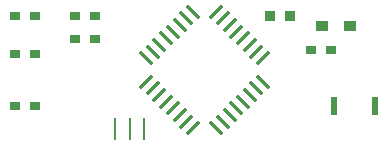
<source format=gtp>
G04 DipTrace 3.3.1.3*
G04 CR19-0914-MP2.GTP*
%MOMM*%
G04 #@! TF.FileFunction,Paste,Top*
G04 #@! TF.Part,Single*
%AMOUTLINE2*
4,1,4,
-0.42426,-0.67005,
-0.67005,-0.42426,
0.42426,0.67005,
0.67005,0.42426,
-0.42426,-0.67005,
0*%
%AMOUTLINE5*
4,1,4,
-0.67005,0.42426,
-0.42426,0.67005,
0.67005,-0.42426,
0.42426,-0.67005,
-0.67005,0.42426,
0*%
%AMOUTLINE8*
4,1,4,
0.45,0.4,
0.45,-0.4,
-0.45,-0.4,
-0.45,0.4,
0.45,0.4,
0*%
%AMOUTLINE11*
4,1,4,
0.275,-0.8,
-0.275,-0.8,
-0.275,0.8,
0.275,0.8,
0.275,-0.8,
0*%
%ADD25R,0.2476X1.8476*%
%ADD35R,1.05X0.9*%
%ADD37R,0.9X0.8*%
%ADD48OUTLINE2*%
%ADD51OUTLINE5*%
%ADD54OUTLINE8*%
%ADD57OUTLINE11*%
%FSLAX35Y35*%
G04*
G71*
G90*
G75*
G01*
G04 TopPaste*
%LPD*%
D48*
X1918025Y779005D3*
X1974594Y722437D3*
X2031162Y665868D3*
X2087731Y609299D3*
X2144299Y552731D3*
X2200868Y496162D3*
X2257437Y439594D3*
X2314005Y383025D3*
D51*
X2511995D3*
X2568563Y439594D3*
X2625132Y496162D3*
X2681701Y552731D3*
X2738269Y609299D3*
X2794838Y665868D3*
X2851406Y722437D3*
X2907975Y779005D3*
D48*
Y976995D3*
X2851406Y1033563D3*
X2794838Y1090132D3*
X2738269Y1146701D3*
X2681701Y1203269D3*
X2625132Y1259838D3*
X2568563Y1316406D3*
X2511995Y1372975D3*
D51*
X2314005D3*
X2257437Y1316406D3*
X2200868Y1259838D3*
X2144299Y1203269D3*
X2087731Y1146701D3*
X2031162Y1090132D3*
X1974594Y1033563D3*
X1918025Y976995D3*
D25*
X1658000Y381000D3*
X1778000D3*
X1898000D3*
D54*
X2963000Y1333500D3*
X3133000D3*
D37*
X804000Y1016000D3*
X974000D3*
D57*
X3510500Y571500D3*
X3855500D3*
D37*
X804000D3*
X974000D3*
X1312000Y1333500D3*
X1482000D3*
X804000D3*
X974000D3*
X3312250Y1047750D3*
X3482250D3*
D35*
X3641750Y1254127D3*
X3406750D3*
D37*
X1482000Y1143000D3*
X1312000D3*
M02*

</source>
